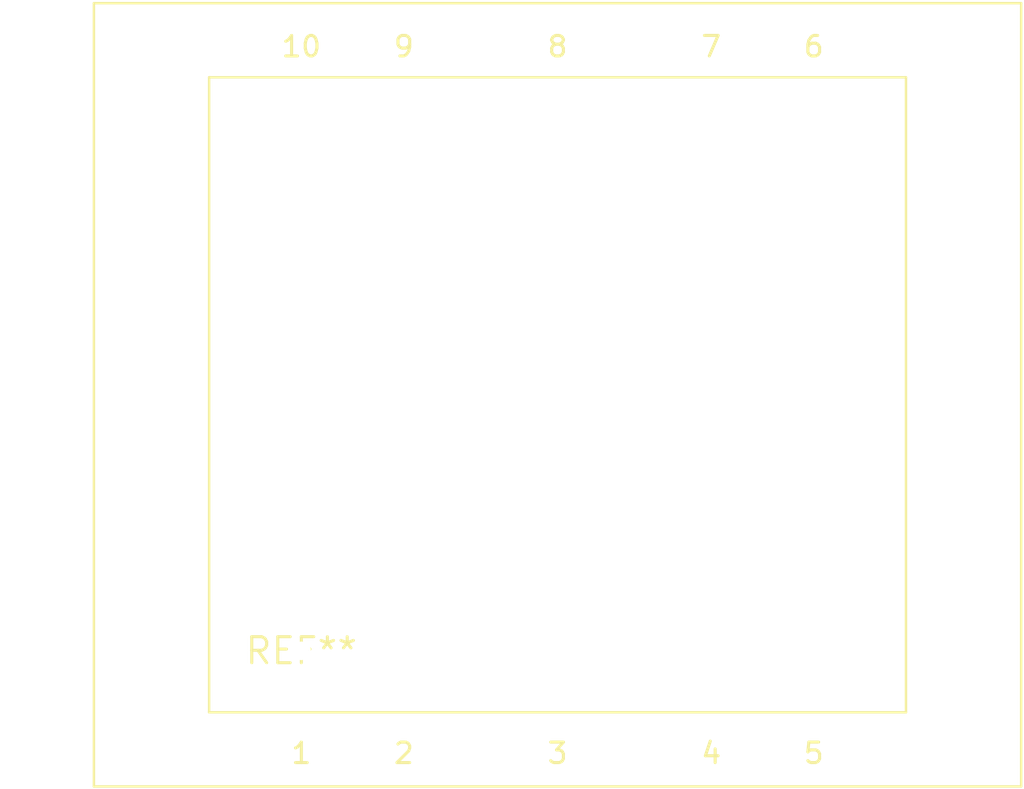
<source format=kicad_pcb>
(kicad_pcb (version 20240108) (generator pcbnew)
  (layers (0 "F.Cu" signal) (31 "B.Cu" signal) (34 "B.Paste" user) (35 "F.Paste" user) (36 "B.SilkS" user "B.Silkscreen") (37 "F.SilkS" user "F.Silkscreen") (38 "B.Mask" user) (39 "F.Mask" user) (44 "Edge.Cuts" user))
  (net 0 "")
  (footprint "Transformer_Breve_TEZ-38x45" (layer "F.Cu") (at 0 0)
    (property "Reference" "REF**")
    (property "Value" "Transformer_Breve_TEZ-38x45")
    (fp_line (start -10.12 -31.62) (end -10.12 6.62) (layer "F.SilkS") (stroke (width 0.12)))
    (fp_line (start -10.12 -31.62) (end 35.12 -31.62) (layer "F.SilkS") (stroke (width 0.12)))
    (fp_line (start -4.5 -28) (end 29.5 -28) (layer "F.SilkS") (stroke (width 0.12)))
    (fp_line (start -4.5 3) (end -4.5 -28) (layer "F.SilkS") (stroke (width 0.12)))
    (fp_line (start 29.5 -28) (end 29.5 3) (layer "F.SilkS") (stroke (width 0.12)))
    (fp_line (start 29.5 3) (end -4.5 3) (layer "F.SilkS") (stroke (width 0.12)))
    (fp_line (start 35.12 6.62) (end -10.12 6.62) (layer "F.SilkS") (stroke (width 0.12)))
    (fp_line (start 35.12 6.62) (end 35.12 -31.62) (layer "F.SilkS") (stroke (width 0.12)))
    (fp_text user "3" (at 12.5 5 0) (layer "F.SilkS"))
    (fp_text user "10" (at 0 -29.5 0) (layer "F.SilkS"))
    (fp_text user "5" (at 25 5 0) (layer "F.SilkS"))
    (fp_text user "9" (at 5 -29.5 0) (layer "F.SilkS"))
    (fp_text user "8" (at 12.5 -29.5 0) (layer "F.SilkS"))
    (fp_text user "6" (at 25 -29.5 0) (layer "F.SilkS"))
    (fp_text user "7" (at 20 -29.5 0) (layer "F.SilkS"))
    (fp_text user "1" (at 0 5 0) (layer "F.SilkS"))
    (fp_text user "4" (at 20 5 0) (layer "F.SilkS"))
    (fp_text user "2" (at 5 5 0) (layer "F.SilkS"))
    (pad "1" thru_hole rect (at 0 0) (size 2 2) (drill 0.9) (layers *.Cu *.Mask) (remove_unused_layers))
    (pad "2" thru_hole circle (at 5 0) (size 2 2) (drill 0.9) (layers *.Cu *.Mask) (remove_unused_layers))
    (pad "4" thru_hole circle (at 20 0) (size 2 2) (drill 0.9) (layers *.Cu *.Mask) (remove_unused_layers))
    (pad "5" thru_hole circle (at 25 0) (size 2 2) (drill 0.9) (layers *.Cu *.Mask) (remove_unused_layers))
    (pad "6" thru_hole circle (at 25 -25) (size 2 2) (drill 0.9) (layers *.Cu *.Mask) (remove_unused_layers))
    (pad "7" thru_hole circle (at 20 -25) (size 2 2) (drill 0.9) (layers *.Cu *.Mask) (remove_unused_layers))
    (pad "8" thru_hole circle (at 12.5 -25) (size 2 2) (drill 0.9) (layers *.Cu *.Mask) (remove_unused_layers))
    (pad "9" thru_hole circle (at 5 -25) (size 2 2) (drill 0.9) (layers *.Cu *.Mask) (remove_unused_layers))
    (pad "10" thru_hole circle (at 0 -25) (size 2 2) (drill 0.9) (layers *.Cu *.Mask) (remove_unused_layers))
  )
)
</source>
